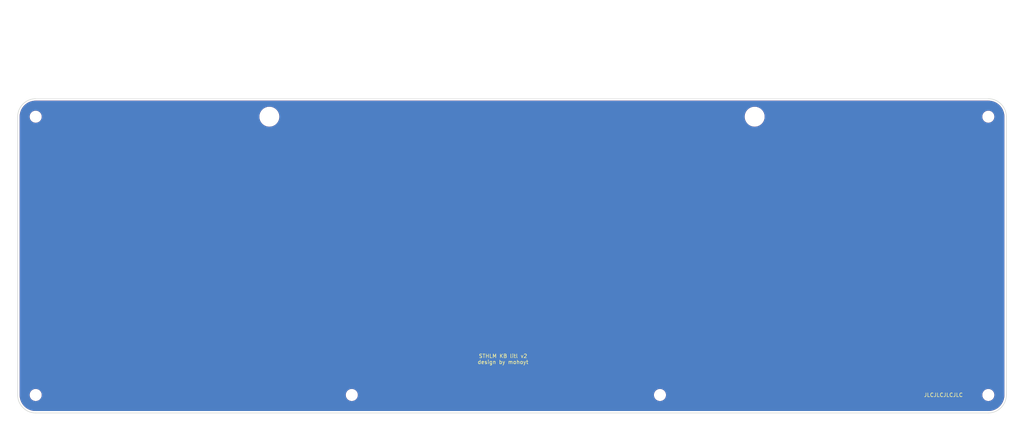
<source format=kicad_pcb>
(kicad_pcb (version 20211014) (generator pcbnew)
  (layers (0 "F.Cu" signal) (31 "B.Cu" signal) (34 "B.Paste" user) (35 "F.Paste" user) (36 "B.SilkS" user "B.Silkscreen") (37 "F.SilkS" user "F.Silkscreen") (38 "B.Mask" user) (39 "F.Mask" user) (44 "Edge.Cuts" user))
  (net 0 "")
  (footprint "MountingHole:MountingHole_2.2mm_M2" (layer "F.Cu") (at 276.95 64.4625)
    (fp_text reference "REF**" hide)
    (fp_text value "MountingHole_2.2mm_M2")
    (pad "" np_thru_hole circle locked (at 0 0) (size 2.2 2.2) (drill 2.2) (layers *.Cu *.Mask))
  )
  (footprint "MountingHole:MountingHole_2.2mm_M2" (layer "F.Cu") (at 23.875 138.475)
    (fp_text reference "REF**" hide)
    (fp_text value "MountingHole_2.2mm_M2")
    (pad "" np_thru_hole circle locked (at 0 0) (size 2.2 2.2) (drill 2.2) (layers *.Cu *.Mask))
  )
  (footprint "MountingHole:MountingHole_2.2mm_M2" (layer "F.Cu") (at 107.8541 138.475)
    (fp_text reference "REF**" hide)
    (fp_text value "MountingHole_2.2mm_M2")
    (pad "" np_thru_hole circle locked (at 0 0) (size 2.2 2.2) (drill 2.2) (layers *.Cu *.Mask))
  )
  (footprint "MountingHole:MountingHole_4.3mm_M4" (layer "F.Cu") (at 214.875 64.4625)
    (fp_text reference "REF**" hide)
    (fp_text value "MountingHole_4.3mm_M4")
    (pad "" np_thru_hole circle locked (at 0 0) (size 4.3 4.3) (drill 4.3) (layers *.Cu *.Mask))
  )
  (footprint "MountingHole:MountingHole_4.3mm_M4" (layer "F.Cu") (at 85.95 64.4625)
    (fp_text reference "REF**" hide)
    (fp_text value "MountingHole_4.3mm_M4")
    (pad "" np_thru_hole circle locked (at 0 0) (size 4.3 4.3) (drill 4.3) (layers *.Cu *.Mask))
  )
  (footprint "MountingHole:MountingHole_2.2mm_M2" (layer "F.Cu") (at 276.95 138.475)
    (fp_text reference "REF**" hide)
    (fp_text value "MountingHole_2.2mm_M2")
    (pad "" np_thru_hole circle locked (at 0 0) (size 2.2 2.2) (drill 2.2) (layers *.Cu *.Mask))
  )
  (footprint "MountingHole:MountingHole_2.2mm_M2" (layer "F.Cu") (at 189.7208 138.475)
    (fp_text reference "REF**" hide)
    (fp_text value "MountingHole_2.2mm_M2")
    (pad "" np_thru_hole circle locked (at 0 0) (size 2.2 2.2) (drill 2.2) (layers *.Cu *.Mask))
  )
  (footprint "MountingHole:MountingHole_2.2mm_M2" (layer "F.Cu") (at 23.875 64.4625)
    (fp_text reference "REF**" hide)
    (fp_text value "MountingHole_2.2mm_M2")
    (pad "" np_thru_hole circle locked (at 0 0) (size 2.2 2.2) (drill 2.2) (layers *.Cu *.Mask))
  )
  (gr_line (start 23.875 143.25) (end 276.95 143.25) (layer "Edge.Cuts") (width 0.15))
  (gr_arc (start 281.725 138.475) (mid 280.326435 141.851435) (end 276.95 143.25) (layer "Edge.Cuts") (width 0.15))
  (gr_arc (start 23.875 143.25) (mid 20.498565 141.851435) (end 19.1 138.475) (layer "Edge.Cuts") (width 0.15))
  (gr_line (start 281.725 138.475) (end 281.725 64.4625) (layer "Edge.Cuts") (width 0.15))
  (gr_line (start 19.1 138.475) (end 19.1 64.4625) (layer "Edge.Cuts") (width 0.15))
  (gr_arc (start 19.1 64.4625) (mid 20.498565 61.086065) (end 23.875 59.6875) (layer "Edge.Cuts") (width 0.15))
  (gr_line (start 23.875 59.6875) (end 276.95 59.6875) (layer "Edge.Cuts") (width 0.1))
  (gr_arc (start 276.95 59.6875) (mid 280.326435 61.086065) (end 281.725 64.4625) (layer "Edge.Cuts") (width 0.15))
  (gr_text "STHLM KB litl v2\ndesign by mohoyt" (at 148.025 128.925) (layer "F.SilkS") (effects (font (size 1 1))))
  (gr_text "JLCJLCJLCJLC" (at 265.0125 138.475) (layer "F.SilkS") (effects (font (size 1 1))))
  (zone (net 0) (net_name "") (layer "F.Cu") (connect_pads (clearance 0.508)) (min_thickness 0.254) (fill yes (thermal_gap 0.508) (thermal_bridge_width 0.508))
    (polygon (pts (xy 284.1125 145.6375) (xy 16.7125 150.4125) (xy 16.7125 33.425) (xy 281.725 33.425)))
  )
  (zone (net 0) (net_name "") (layer "B.Cu") (connect_pads (clearance 0.508)) (min_thickness 0.254) (fill yes (thermal_gap 0.508) (thermal_bridge_width 0.508))
    (polygon (pts (xy 284.1125 145.6375) (xy 16.7125 150.4125) (xy 16.7125 33.425) (xy 281.725 33.425)))
  )
)
</source>
